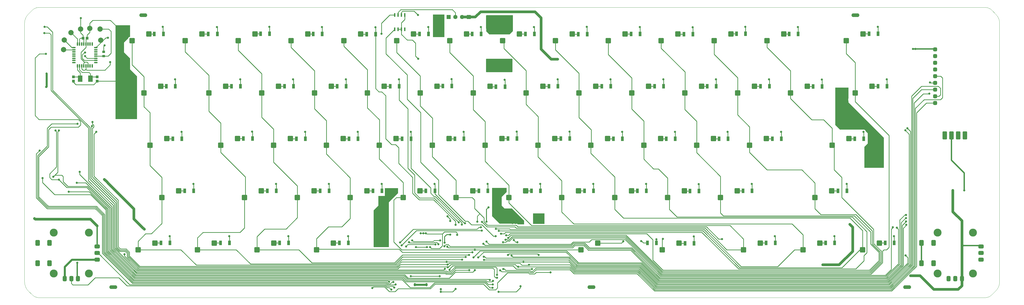
<source format=gbl>
G04 Layer_Physical_Order=2*
G04 Layer_Color=16711680*
%FSLAX25Y25*%
%MOIN*%
G70*
G01*
G75*
G04:AMPARAMS|DCode=15|XSize=39.37mil|YSize=37.4mil|CornerRadius=0.94mil|HoleSize=0mil|Usage=FLASHONLY|Rotation=0.000|XOffset=0mil|YOffset=0mil|HoleType=Round|Shape=RoundedRectangle|*
%AMROUNDEDRECTD15*
21,1,0.03937,0.03553,0,0,0.0*
21,1,0.03750,0.03740,0,0,0.0*
1,1,0.00187,0.01875,-0.01777*
1,1,0.00187,-0.01875,-0.01777*
1,1,0.00187,-0.01875,0.01777*
1,1,0.00187,0.01875,0.01777*
%
%ADD15ROUNDEDRECTD15*%
%ADD18C,0.07874*%
G04:AMPARAMS|DCode=20|XSize=39.37mil|YSize=37.4mil|CornerRadius=0.94mil|HoleSize=0mil|Usage=FLASHONLY|Rotation=270.000|XOffset=0mil|YOffset=0mil|HoleType=Round|Shape=RoundedRectangle|*
%AMROUNDEDRECTD20*
21,1,0.03937,0.03553,0,0,270.0*
21,1,0.03750,0.03740,0,0,270.0*
1,1,0.00187,-0.01777,-0.01875*
1,1,0.00187,-0.01777,0.01875*
1,1,0.00187,0.01777,0.01875*
1,1,0.00187,0.01777,-0.01875*
%
%ADD20ROUNDEDRECTD20*%
%ADD23R,0.06693X0.09449*%
%ADD30C,0.01969*%
%ADD31C,0.01000*%
%ADD32C,0.02953*%
%ADD33C,0.01181*%
%ADD35C,0.03937*%
%ADD36C,0.00394*%
%ADD37O,0.11811X0.05394*%
%ADD38C,0.06299*%
G04:AMPARAMS|DCode=39|XSize=62.99mil|YSize=62.99mil|CornerRadius=1.58mil|HoleSize=0mil|Usage=FLASHONLY|Rotation=180.000|XOffset=0mil|YOffset=0mil|HoleType=Round|Shape=RoundedRectangle|*
%AMROUNDEDRECTD39*
21,1,0.06299,0.05984,0,0,180.0*
21,1,0.05984,0.06299,0,0,180.0*
1,1,0.00315,-0.02992,0.02992*
1,1,0.00315,0.02992,0.02992*
1,1,0.00315,0.02992,-0.02992*
1,1,0.00315,-0.02992,-0.02992*
%
%ADD39ROUNDEDRECTD39*%
%ADD40O,0.03347X0.04921*%
G04:AMPARAMS|DCode=41|XSize=66.93mil|YSize=118.11mil|CornerRadius=6.69mil|HoleSize=0mil|Usage=FLASHONLY|Rotation=0.000|XOffset=0mil|YOffset=0mil|HoleType=Round|Shape=RoundedRectangle|*
%AMROUNDEDRECTD41*
21,1,0.06693,0.10472,0,0,0.0*
21,1,0.05354,0.11811,0,0,0.0*
1,1,0.01339,0.02677,-0.05236*
1,1,0.01339,-0.02677,-0.05236*
1,1,0.01339,-0.02677,0.05236*
1,1,0.01339,0.02677,0.05236*
%
%ADD41ROUNDEDRECTD41*%
G04:AMPARAMS|DCode=42|XSize=66.93mil|YSize=88.58mil|CornerRadius=16.73mil|HoleSize=0mil|Usage=FLASHONLY|Rotation=0.000|XOffset=0mil|YOffset=0mil|HoleType=Round|Shape=RoundedRectangle|*
%AMROUNDEDRECTD42*
21,1,0.06693,0.05512,0,0,0.0*
21,1,0.03347,0.08858,0,0,0.0*
1,1,0.03346,0.01673,-0.02756*
1,1,0.03346,-0.01673,-0.02756*
1,1,0.03346,-0.01673,0.02756*
1,1,0.03346,0.01673,0.02756*
%
%ADD42ROUNDEDRECTD42*%
G04:AMPARAMS|DCode=43|XSize=78.74mil|YSize=59.06mil|CornerRadius=14.76mil|HoleSize=0mil|Usage=FLASHONLY|Rotation=0.000|XOffset=0mil|YOffset=0mil|HoleType=Round|Shape=RoundedRectangle|*
%AMROUNDEDRECTD43*
21,1,0.07874,0.02953,0,0,0.0*
21,1,0.04921,0.05906,0,0,0.0*
1,1,0.02953,0.02461,-0.01476*
1,1,0.02953,-0.02461,-0.01476*
1,1,0.02953,-0.02461,0.01476*
1,1,0.02953,0.02461,0.01476*
%
%ADD43ROUNDEDRECTD43*%
G04:AMPARAMS|DCode=44|XSize=59.06mil|YSize=78.74mil|CornerRadius=14.76mil|HoleSize=0mil|Usage=FLASHONLY|Rotation=0.000|XOffset=0mil|YOffset=0mil|HoleType=Round|Shape=RoundedRectangle|*
%AMROUNDEDRECTD44*
21,1,0.05906,0.04921,0,0,0.0*
21,1,0.02953,0.07874,0,0,0.0*
1,1,0.02953,0.01476,-0.02461*
1,1,0.02953,-0.01476,-0.02461*
1,1,0.02953,-0.01476,0.02461*
1,1,0.02953,0.01476,0.02461*
%
%ADD44ROUNDEDRECTD44*%
%ADD45C,0.11811*%
G04:AMPARAMS|DCode=46|XSize=78.74mil|YSize=78.74mil|CornerRadius=9.84mil|HoleSize=0mil|Usage=FLASHONLY|Rotation=0.000|XOffset=0mil|YOffset=0mil|HoleType=Round|Shape=RoundedRectangle|*
%AMROUNDEDRECTD46*
21,1,0.07874,0.05906,0,0,0.0*
21,1,0.05906,0.07874,0,0,0.0*
1,1,0.01969,0.02953,-0.02953*
1,1,0.01969,-0.02953,-0.02953*
1,1,0.01969,-0.02953,0.02953*
1,1,0.01969,0.02953,0.02953*
%
%ADD46ROUNDEDRECTD46*%
G04:AMPARAMS|DCode=47|XSize=59.06mil|YSize=59.06mil|CornerRadius=14.76mil|HoleSize=0mil|Usage=FLASHONLY|Rotation=270.000|XOffset=0mil|YOffset=0mil|HoleType=Round|Shape=RoundedRectangle|*
%AMROUNDEDRECTD47*
21,1,0.05906,0.02953,0,0,270.0*
21,1,0.02953,0.05906,0,0,270.0*
1,1,0.02953,-0.01476,-0.01476*
1,1,0.02953,-0.01476,0.01476*
1,1,0.02953,0.01476,0.01476*
1,1,0.02953,0.01476,-0.01476*
%
%ADD47ROUNDEDRECTD47*%
%ADD48C,0.03150*%
%ADD49R,0.02362X0.05709*%
G04:AMPARAMS|DCode=50|XSize=39.37mil|YSize=35.43mil|CornerRadius=0.89mil|HoleSize=0mil|Usage=FLASHONLY|Rotation=180.000|XOffset=0mil|YOffset=0mil|HoleType=Round|Shape=RoundedRectangle|*
%AMROUNDEDRECTD50*
21,1,0.03937,0.03366,0,0,180.0*
21,1,0.03760,0.03543,0,0,180.0*
1,1,0.00177,-0.01880,0.01683*
1,1,0.00177,0.01880,0.01683*
1,1,0.00177,0.01880,-0.01683*
1,1,0.00177,-0.01880,-0.01683*
%
%ADD50ROUNDEDRECTD50*%
%ADD51O,0.05315X0.02165*%
%ADD52O,0.02165X0.05315*%
G04:AMPARAMS|DCode=53|XSize=393.7mil|YSize=196.85mil|CornerRadius=4.92mil|HoleSize=0mil|Usage=FLASHONLY|Rotation=180.000|XOffset=0mil|YOffset=0mil|HoleType=Round|Shape=RoundedRectangle|*
%AMROUNDEDRECTD53*
21,1,0.39370,0.18701,0,0,180.0*
21,1,0.38386,0.19685,0,0,180.0*
1,1,0.00984,-0.19193,0.09350*
1,1,0.00984,0.19193,0.09350*
1,1,0.00984,0.19193,-0.09350*
1,1,0.00984,-0.19193,-0.09350*
%
%ADD53ROUNDEDRECTD53*%
G04:AMPARAMS|DCode=54|XSize=68.9mil|YSize=43.31mil|CornerRadius=1.08mil|HoleSize=0mil|Usage=FLASHONLY|Rotation=270.000|XOffset=0mil|YOffset=0mil|HoleType=Round|Shape=RoundedRectangle|*
%AMROUNDEDRECTD54*
21,1,0.06890,0.04114,0,0,270.0*
21,1,0.06673,0.04331,0,0,270.0*
1,1,0.00217,-0.02057,-0.03337*
1,1,0.00217,-0.02057,0.03337*
1,1,0.00217,0.02057,0.03337*
1,1,0.00217,0.02057,-0.03337*
%
%ADD54ROUNDEDRECTD54*%
G36*
X920043Y612930D02*
X903114Y612930D01*
X903114Y628643D01*
X920043Y628643D01*
X920043Y612930D01*
X920043Y612930D02*
G37*
G36*
X863744Y660413D02*
X862169Y658839D01*
X856658Y653327D01*
X856658Y648209D01*
X856658Y639941D01*
X857445Y639153D01*
X860594Y636004D01*
X871618Y636004D01*
X877524Y630098D01*
X889728Y617894D01*
X889728Y615138D01*
X889728Y612382D01*
X880296Y612382D01*
X880091Y612587D01*
X879274Y613132D01*
X878311Y613324D01*
X853353Y613324D01*
X853114Y613563D01*
X842091Y624587D01*
X842091Y666713D01*
X863744Y666713D01*
X863744Y660413D01*
X863744Y660413D02*
G37*
G36*
X702327Y658839D02*
X688547Y645059D01*
X688547Y587185D01*
X688547Y578130D01*
X665713Y578130D01*
X665713Y633248D01*
X672799Y640335D01*
X672799Y654508D01*
X682642Y654508D01*
X682642Y657264D01*
X682642Y666319D01*
X702327Y666319D01*
X702327Y658839D01*
X702327Y658839D02*
G37*
G36*
X1372799Y808051D02*
X1372799Y800065D01*
X1372626Y799648D01*
X1372437Y798209D01*
X1372626Y796770D01*
X1372799Y796352D01*
X1372799Y794272D01*
X1416500Y750571D01*
X1425555Y741516D01*
X1425555Y696634D01*
X1396421Y696634D01*
X1396421Y727736D01*
X1401539Y732854D01*
X1401539Y748209D01*
X1398699Y751049D01*
X1398692Y751102D01*
X1398335Y751964D01*
X1397767Y752704D01*
X1397027Y753272D01*
X1396165Y753629D01*
X1396112Y753636D01*
X1396027Y753721D01*
X1395472Y753721D01*
X1395240Y753751D01*
X1395008Y753721D01*
X1359807Y753721D01*
X1353114Y760413D01*
X1353114Y816319D01*
X1372799Y816319D01*
X1372799Y808051D01*
X1372799Y808051D02*
G37*
G36*
X873193Y900571D02*
X872012Y899390D01*
X868075Y895453D01*
X838153Y895453D01*
X837760Y895846D01*
X833429Y900177D01*
X833429Y924193D01*
X873193Y924193D01*
X873193Y900571D01*
X873193Y900571D02*
G37*
G36*
X771224Y911594D02*
X771224Y891516D01*
X754295Y891516D01*
X754295Y893878D01*
X754295Y925374D01*
X771224Y925374D01*
X771224Y911594D01*
X771224Y911594D02*
G37*
G36*
X303114Y892303D02*
X302848Y892037D01*
X302501Y891991D01*
X301782Y891693D01*
X301166Y891220D01*
X300692Y890603D01*
X300395Y889885D01*
X300349Y889538D01*
X294256Y883445D01*
X294256Y868681D01*
X303114Y859823D01*
X303114Y843484D01*
X313547Y833051D01*
X313547Y799467D01*
X313382Y798209D01*
X313547Y796950D01*
X313547Y769075D01*
X281461Y769075D01*
X281461Y909232D01*
X303114Y909232D01*
X303114Y892303D01*
X303114Y892303D02*
G37*
D15*
X254295Y832067D02*
D03*
X254295Y825768D02*
D03*
X218862Y832067D02*
D03*
X218862Y825768D02*
D03*
D18*
X204295Y873012D02*
D03*
X259413Y886791D02*
D03*
X215319Y898209D02*
D03*
X205083Y887185D02*
D03*
X258626Y903720D02*
D03*
X229492Y903720D02*
D03*
X243272Y904508D02*
D03*
D20*
X239335Y889941D02*
D03*
X233035Y889941D02*
D03*
D23*
X244256Y829705D02*
D03*
X228902Y829705D02*
D03*
D30*
X1526047Y707953D02*
X1526047Y742402D01*
X1501185Y873799D02*
X1501736Y873248D01*
X1468862Y873799D02*
X1472406Y873799D01*
X1501185Y873799D01*
X1526047Y707953D02*
X1545240Y688760D01*
X1545240Y662776D02*
X1545240Y688760D01*
X1542484Y580492D02*
X1569059Y580492D01*
X1570240Y579311D01*
X1481658Y554311D02*
X1481658Y584626D01*
X224374Y532264D02*
X225555Y531083D01*
X224374Y532264D02*
X224374Y554902D01*
X251146Y612776D02*
X254098Y609823D01*
X242878Y621043D02*
X244059Y619862D01*
X251146Y612776D01*
X160988Y621043D02*
X242878Y621043D01*
X254098Y579311D02*
X254098Y608839D01*
D31*
X1416894Y906476D02*
X1416500Y906870D01*
X217681Y521831D02*
X217681Y522224D01*
X215713Y524193D02*
X217681Y522224D01*
X217681Y521831D02*
X240516Y521831D01*
X251146Y532461D01*
X286579Y532461D01*
X298488Y520551D01*
X683134Y520551D01*
X685791Y517894D01*
X255476Y569468D02*
X302606Y522338D01*
X683937Y522338D01*
X261713Y569342D02*
X306791Y524263D01*
X684540Y524263D01*
X263500Y570083D02*
X307532Y526051D01*
X685398Y526051D01*
X265287Y570823D02*
X308224Y527886D01*
X686972Y527886D01*
X267075Y571563D02*
X308965Y529673D01*
X708492Y529673D01*
X268862Y572303D02*
X309705Y531461D01*
X709232Y531461D01*
X270650Y573044D02*
X310445Y533248D01*
X710595Y533248D01*
X272587Y573846D02*
X311248Y535185D01*
X711382Y535185D01*
X274374Y574587D02*
X311988Y536972D01*
X712169Y536972D01*
X276248Y575263D02*
X312751Y538760D01*
X773027Y538760D01*
X278035Y576003D02*
X313345Y540693D01*
X773622Y540693D01*
X279823Y576743D02*
X314086Y542480D01*
X774590Y542480D01*
X301146Y558441D02*
X315319Y544268D01*
X770433Y544268D01*
X298783Y563397D02*
X316126Y546055D01*
X701851Y546055D01*
X300571Y564138D02*
X316866Y547843D01*
X701111Y547843D01*
X302358Y564878D02*
X317606Y549630D01*
X700370Y549630D01*
X379004Y574350D02*
X401937Y551417D01*
X699630Y551417D01*
X461224Y574350D02*
X482370Y553205D01*
X698661Y553205D01*
X554531Y574350D02*
X573890Y554992D01*
X697299Y554992D01*
X879886Y548996D02*
X881067Y548996D01*
X677524Y896634D02*
X677524Y912382D01*
X689827Y924685D01*
X697189Y924685D01*
X728311Y863169D02*
X732248Y859232D01*
X728311Y863169D02*
X728311Y882461D01*
X723587Y887185D02*
X728311Y882461D01*
X715713Y887185D02*
X723587Y887185D01*
X707189Y895709D02*
X715713Y887185D01*
X707189Y895709D02*
X707189Y903228D01*
X857799Y886161D02*
X859807Y884153D01*
X859807Y874587D02*
X859807Y884153D01*
X859807Y874587D02*
X892839Y841555D01*
X787634Y921437D02*
X787634Y927862D01*
X783035Y932461D02*
X787634Y927862D01*
X726342Y930098D02*
X731854Y924587D01*
X709020Y930098D02*
X726342Y930098D01*
X707189Y928268D02*
X709020Y930098D01*
X707189Y924685D02*
X707189Y928268D01*
X706264Y932461D02*
X783035Y932461D01*
X702189Y928386D02*
X706264Y932461D01*
X702189Y924685D02*
X702189Y928386D01*
X702189Y903228D02*
X707189Y903228D01*
X712189Y917913D02*
X712189Y924685D01*
X707189Y912913D02*
X712189Y917913D01*
X707189Y903228D02*
X707189Y912913D01*
X684216Y890256D02*
X697189Y903228D01*
X735791Y704902D02*
X762563Y678130D01*
X762563Y656416D02*
X762563Y678130D01*
X762563Y656416D02*
X802160Y616819D01*
X806157Y616819D02*
X811382Y611594D01*
X802160Y616819D02*
X806157Y616819D01*
X811382Y611594D02*
X827130Y611594D01*
X684216Y866713D02*
X684216Y890256D01*
X684216Y866713D02*
X715713Y835217D01*
X715713Y798996D02*
X715713Y835217D01*
X715713Y798996D02*
X735791Y778917D01*
X735791Y704902D02*
X735791Y778917D01*
X800752Y613957D02*
X801933Y613957D01*
X757051Y657657D02*
X800752Y613957D01*
X757051Y657657D02*
X757051Y662382D01*
X797209Y611988D02*
X797209Y614461D01*
X757949Y653721D02*
X797209Y614461D01*
X755870Y653721D02*
X757949Y653721D01*
X755961Y651661D02*
X792484Y615138D01*
X734307Y651661D02*
X755961Y651661D01*
X787760Y611594D02*
X787760Y616430D01*
X733429Y648996D02*
X755193Y648996D01*
X787760Y616430D01*
X816106Y636004D02*
X823980Y628130D01*
X820043Y624193D02*
X823980Y628130D01*
X820043Y616319D02*
X820043Y624193D01*
X816106Y636004D02*
X816106Y648602D01*
X812405Y652303D02*
X816106Y648602D01*
X788508Y652303D02*
X812405Y652303D01*
X827130Y611594D02*
X844059Y594665D01*
X847602Y594665D01*
X892839Y808209D02*
X892839Y841555D01*
X267287Y890728D02*
X270043Y890728D01*
X252327Y875768D02*
X267287Y890728D01*
X252130Y875768D02*
X252327Y875768D01*
X229098Y889941D02*
X233035Y889941D01*
X227917Y888760D02*
X229098Y889941D01*
X227917Y881083D02*
X227917Y888760D01*
X237366Y876161D02*
X237366Y881083D01*
X230067Y868862D02*
X237366Y876161D01*
X230067Y859279D02*
X230067Y868862D01*
X230067Y859279D02*
X235232Y854114D01*
X235398Y854114D01*
X240516Y848405D02*
X240516Y852933D01*
X239335Y854114D02*
X240516Y852933D01*
X237366Y854114D02*
X239335Y854114D01*
X235004Y856870D02*
X252130Y856870D01*
X231854Y860020D02*
X235004Y856870D01*
X231854Y860020D02*
X231854Y865138D01*
X235398Y868681D01*
X236185Y868681D01*
X236185Y863169D02*
X239335Y860020D01*
X252130Y860020D01*
X847996Y605689D02*
X868075Y605689D01*
X855476Y598209D02*
X860201Y598209D01*
X863350Y595847D02*
X866894Y595847D01*
X1423543Y572181D02*
X1425555Y574193D01*
X1423543Y555252D02*
X1423543Y572181D01*
X1383972Y626799D02*
X1408232Y602539D01*
X1408232Y583020D02*
X1408232Y602539D01*
X1408232Y583020D02*
X1419969Y571284D01*
X1362957Y652146D02*
X1410201Y604902D01*
X1410201Y583673D02*
X1410201Y604902D01*
X1410201Y583673D02*
X1421756Y572118D01*
X1331610Y626799D02*
X1383972Y626799D01*
X1362957Y652146D02*
X1362957Y682067D01*
X1348547Y730256D02*
X1351539Y727264D01*
X1351539Y693484D02*
X1351539Y727264D01*
X1351539Y693484D02*
X1362957Y682067D01*
X1421756Y556283D02*
X1421756Y572118D01*
X1322957Y635453D02*
X1322957Y652303D01*
X1322957Y635453D02*
X1331610Y626799D01*
X1419969Y557023D02*
X1419969Y571284D01*
X1086972Y584429D02*
X1086972Y589941D01*
X1400358Y569862D02*
X1400358Y601358D01*
X1378492Y623224D02*
X1400358Y601358D01*
X1117468Y623224D02*
X1378492Y623224D01*
X1182209Y629350D02*
X1186547Y625012D01*
X1381595Y625012D01*
X1405870Y600736D01*
X1405870Y582854D02*
X1405870Y600736D01*
X1405870Y582854D02*
X1418181Y570543D01*
X1418181Y557764D02*
X1418181Y570543D01*
X1103469Y652303D02*
X1106264Y649508D01*
X1106264Y634429D02*
X1106264Y649508D01*
X1106264Y634429D02*
X1117468Y623224D01*
X1396027Y565531D02*
X1400358Y569862D01*
X1396027Y558051D02*
X1396027Y565531D01*
X1182209Y629350D02*
X1182209Y652303D01*
X703114Y703114D02*
X723980Y682248D01*
X723980Y658445D02*
X723980Y682248D01*
X723980Y658445D02*
X733429Y648996D01*
X726736Y659232D02*
X734307Y651661D01*
X726736Y659232D02*
X726736Y686004D01*
X707839Y559626D02*
X797602Y559626D01*
X315083Y574350D02*
X379004Y574350D01*
X580831Y574350D02*
X581854Y575374D01*
X403665Y574350D02*
X461224Y574350D01*
X492248Y574350D02*
X554531Y574350D01*
X716894Y695847D02*
X726736Y686004D01*
X716894Y695847D02*
X716894Y784429D01*
X750752Y658839D02*
X750752Y666713D01*
X721618Y695847D02*
X750752Y666713D01*
X721618Y695847D02*
X721618Y739941D01*
X451146Y584429D02*
X451146Y594272D01*
X539335Y584429D02*
X539335Y594272D01*
X628311Y584429D02*
X628311Y594272D01*
X1142878Y584035D02*
X1142878Y593878D01*
X1263744Y584429D02*
X1263744Y594272D01*
X1352327Y584429D02*
X1352327Y594272D01*
X668862Y814744D02*
X668862Y895846D01*
X668862Y814744D02*
X673587Y810020D01*
X677917Y810020D01*
X683823Y804114D01*
X683823Y739941D02*
X683823Y804114D01*
X683823Y739941D02*
X692484Y731280D01*
X698390Y731280D01*
X703114Y726555D01*
X703114Y703114D02*
X703114Y726555D01*
X703902Y797421D02*
X703902Y818287D01*
X703902Y797421D02*
X716894Y784429D01*
X750752Y658839D02*
X755870Y653721D01*
X340083Y584350D02*
X340161Y584429D01*
X349177Y584429D01*
X428665Y584350D02*
X428744Y584429D01*
X437760Y584429D01*
X517248Y584350D02*
X517327Y584429D01*
X525949Y584429D01*
X605831Y584350D02*
X605909Y584429D01*
X614925Y584429D01*
X1120398Y583957D02*
X1120476Y584035D01*
X1129492Y584035D01*
X1241658Y584350D02*
X1241736Y584429D01*
X1250358Y584429D01*
X1330240Y584350D02*
X1330319Y584429D01*
X1338941Y584429D01*
X1418823Y584350D02*
X1418902Y584429D01*
X1427524Y584429D01*
X375516Y662303D02*
X375594Y662382D01*
X384610Y662382D01*
X498547Y662303D02*
X498626Y662382D01*
X507445Y662382D01*
X577287Y662303D02*
X577366Y662382D01*
X586185Y662382D01*
X656028Y662303D02*
X656106Y662382D01*
X664925Y662382D01*
X734768Y662303D02*
X734846Y662382D01*
X743665Y662382D01*
X813508Y662303D02*
X813587Y662382D01*
X822406Y662382D01*
X892248Y662303D02*
X892327Y662382D01*
X900752Y662382D01*
X970988Y662303D02*
X971067Y662382D01*
X979886Y662382D01*
X1049728Y662303D02*
X1049807Y662382D01*
X1058626Y662382D01*
X1128469Y662303D02*
X1128783Y661988D01*
X1136972Y661988D01*
X1207209Y662303D02*
X1207287Y662382D01*
X1215713Y662382D01*
X1347957Y662303D02*
X1348036Y662382D01*
X1357051Y662382D01*
X357799Y740256D02*
X358114Y739941D01*
X366894Y739941D01*
X463114Y740256D02*
X463193Y740335D01*
X472012Y740335D01*
X541854Y740256D02*
X542169Y739941D01*
X550752Y739941D01*
X620595Y740256D02*
X620909Y739941D01*
X629098Y739941D01*
X699335Y740256D02*
X699650Y739941D01*
X708232Y739941D01*
X778075Y740256D02*
X778390Y739941D01*
X786972Y739941D01*
X856815Y740256D02*
X856894Y740335D01*
X865713Y740335D01*
X935555Y740256D02*
X935634Y740335D01*
X944453Y740335D01*
X1014295Y740256D02*
X1014610Y739941D01*
X1022799Y739941D01*
X1093035Y740256D02*
X1093350Y739941D01*
X1101539Y739941D01*
X1171776Y740256D02*
X1172091Y739941D01*
X1180280Y739941D01*
X1250516Y740256D02*
X1250831Y739941D01*
X1259413Y739941D01*
X1373547Y740256D02*
X1373862Y739941D01*
X1382248Y739941D01*
X348941Y818209D02*
X349020Y818287D01*
X357051Y818287D01*
X445398Y818209D02*
X445476Y818287D01*
X454295Y818287D01*
X524138Y818209D02*
X524217Y818287D01*
X533035Y818287D01*
X602878Y818209D02*
X602957Y818287D01*
X611382Y818287D01*
X681618Y818209D02*
X681697Y818287D01*
X690516Y818287D01*
X760358Y818209D02*
X760831Y818681D01*
X768862Y818681D01*
X839098Y818209D02*
X839807Y817500D01*
X847996Y817500D01*
X917839Y818209D02*
X917917Y818287D01*
X926736Y818287D01*
X996579Y818209D02*
X996657Y818287D01*
X1005476Y818287D01*
X1075319Y818209D02*
X1075398Y818287D01*
X1084216Y818287D01*
X1154059Y818209D02*
X1154138Y818287D01*
X1162563Y818287D01*
X1232799Y818209D02*
X1232878Y818287D01*
X1241697Y818287D01*
X1311539Y818209D02*
X1311854Y817894D01*
X1320043Y817894D01*
X1407996Y818209D02*
X1408075Y818287D01*
X1416894Y818287D01*
X331224Y896161D02*
X331303Y896240D01*
X339335Y896240D01*
X410358Y896161D02*
X410437Y896240D01*
X419650Y896240D01*
X489098Y896161D02*
X489571Y896634D01*
X497602Y896634D01*
X567839Y896161D02*
X567917Y896240D01*
X575949Y896240D01*
X646579Y896161D02*
X646894Y895846D01*
X655476Y895846D01*
X725319Y896161D02*
X725398Y896240D01*
X734216Y896240D01*
X804059Y896161D02*
X804138Y896240D01*
X812563Y896240D01*
X882799Y896161D02*
X882878Y896240D01*
X891697Y896240D01*
X961539Y896161D02*
X961854Y895846D01*
X970437Y895846D01*
X1040280Y896161D02*
X1040358Y896240D01*
X1049177Y896240D01*
X1119020Y896161D02*
X1119335Y895846D01*
X1127917Y895846D01*
X1197760Y896161D02*
X1198232Y896634D01*
X1206264Y896634D01*
X1276500Y896161D02*
X1276579Y896240D01*
X1284610Y896240D01*
X1394610Y896161D02*
X1395083Y896634D01*
X1403508Y896634D01*
X315083Y574350D02*
X315083Y586949D01*
X326343Y598209D01*
X335004Y598209D01*
X350516Y613721D01*
X350516Y652303D01*
X350516Y682303D01*
X332799Y700020D02*
X350516Y682303D01*
X332799Y700020D02*
X332799Y730256D01*
X332799Y778760D01*
X323941Y787618D02*
X332799Y778760D01*
X323941Y787618D02*
X323941Y808209D01*
X323941Y832500D01*
X306224Y850216D02*
X323941Y832500D01*
X306224Y850216D02*
X306224Y886161D01*
X411776Y600177D02*
X466894Y600177D01*
X403665Y592067D02*
X411776Y600177D01*
X403665Y574350D02*
X403665Y592067D01*
X466894Y600177D02*
X473547Y606831D01*
X473547Y652303D01*
X474768Y653524D01*
X474768Y682854D01*
X438114Y719508D02*
X474768Y682854D01*
X438114Y719508D02*
X438114Y730256D01*
X420398Y780925D02*
X438114Y763209D01*
X438114Y730256D02*
X438114Y763209D01*
X420398Y780925D02*
X420398Y808209D01*
X420437Y808248D01*
X420437Y834429D01*
X385358Y869508D02*
X420437Y834429D01*
X385358Y869508D02*
X385358Y886161D01*
X492248Y574350D02*
X492248Y594035D01*
X503508Y605295D01*
X535398Y605295D01*
X552287Y622185D01*
X552287Y652303D01*
X552287Y669508D01*
X516854Y704941D02*
X552287Y669508D01*
X516854Y704941D02*
X516854Y730256D01*
X516854Y754153D01*
X499138Y771870D02*
X516854Y754153D01*
X499138Y771870D02*
X499138Y808209D01*
X499138Y836831D01*
X464098Y871870D02*
X499138Y836831D01*
X464098Y871870D02*
X464098Y886161D01*
X580831Y574350D02*
X580831Y590886D01*
X598390Y608445D01*
X618469Y608445D01*
X631028Y621004D01*
X631028Y652303D01*
X631028Y681713D01*
X595595Y717146D02*
X631028Y681713D01*
X595595Y717146D02*
X595595Y730256D01*
X595595Y766752D01*
X577878Y784469D02*
X595595Y766752D01*
X577878Y784469D02*
X577878Y808209D01*
X577878Y841161D01*
X542839Y876201D02*
X577878Y841161D01*
X542839Y876201D02*
X542839Y886161D01*
X709768Y652303D02*
X709768Y674626D01*
X674335Y710059D02*
X709768Y674626D01*
X674335Y710059D02*
X674335Y730256D01*
X674374Y730295D01*
X674374Y768287D01*
X656618Y786043D02*
X674374Y768287D01*
X656618Y786043D02*
X656618Y808209D01*
X656618Y842887D01*
X621579Y877927D02*
X656618Y842887D01*
X621579Y877927D02*
X621579Y886161D01*
X788508Y652303D02*
X788508Y677776D01*
X753075Y713209D02*
X788508Y677776D01*
X753075Y713209D02*
X753075Y730256D01*
X753508Y730689D01*
X753508Y770650D01*
X735358Y788799D02*
X753508Y770650D01*
X735358Y788799D02*
X735358Y808209D01*
X735358Y833681D01*
X700319Y868720D02*
X735358Y833681D01*
X700319Y868720D02*
X700319Y886161D01*
X1216658Y574350D02*
X1216658Y590177D01*
X867248Y644068D02*
X867248Y652303D01*
X867248Y670689D01*
X831815Y706122D02*
X867248Y670689D01*
X831815Y706122D02*
X831815Y730256D01*
X831815Y765571D01*
X814098Y783287D02*
X831815Y765571D01*
X814098Y783287D02*
X814098Y808209D01*
X814138Y808248D01*
X814138Y833642D01*
X779059Y868720D02*
X814138Y833642D01*
X779059Y868720D02*
X779059Y886161D01*
X1305240Y574350D02*
X1305240Y596476D01*
X945988Y630532D02*
X945988Y652303D01*
X945988Y677382D01*
X910555Y712815D02*
X945988Y677382D01*
X910555Y712815D02*
X910555Y730256D01*
X910988Y730689D01*
X910988Y773012D01*
X892839Y791161D02*
X910988Y773012D01*
X892839Y791161D02*
X892839Y808209D01*
X1393823Y574350D02*
X1393823Y602776D01*
X1375161Y621437D02*
X1393823Y602776D01*
X1037760Y621437D02*
X1375161Y621437D01*
X1024728Y634469D02*
X1037760Y621437D01*
X1024728Y634469D02*
X1024728Y652303D01*
X1024728Y682894D01*
X989295Y718327D02*
X1024728Y682894D01*
X989295Y718327D02*
X989295Y730256D01*
X989728Y730689D01*
X989728Y753327D01*
X971579Y771476D02*
X989728Y753327D01*
X971579Y771476D02*
X971579Y808209D01*
X971579Y837618D01*
X936539Y872657D02*
X971579Y837618D01*
X936539Y872657D02*
X936539Y886161D01*
X1103469Y652303D02*
X1103469Y681319D01*
X1089728Y695059D02*
X1103469Y681319D01*
X1082642Y695059D02*
X1089728Y695059D01*
X1068035Y709665D02*
X1082642Y695059D01*
X1068035Y709665D02*
X1068035Y730256D01*
X1068075Y730295D01*
X1068075Y766319D01*
X1050319Y784075D02*
X1068075Y766319D01*
X1050319Y784075D02*
X1050319Y808209D01*
X1050319Y830532D01*
X1015280Y865571D02*
X1050319Y830532D01*
X1015280Y865571D02*
X1015280Y886161D01*
X1182209Y652303D02*
X1182209Y683681D01*
X1146776Y719114D02*
X1182209Y683681D01*
X1146776Y719114D02*
X1146776Y730256D01*
X1146776Y765965D01*
X1129059Y783681D02*
X1146776Y765965D01*
X1129059Y783681D02*
X1129059Y808209D01*
X1129492Y808642D01*
X1129492Y839547D01*
X1094020Y875020D02*
X1129492Y839547D01*
X1094020Y875020D02*
X1094020Y886161D01*
X1322957Y652303D02*
X1322957Y674035D01*
X1303508Y693484D02*
X1322957Y674035D01*
X1251539Y693484D02*
X1303508Y693484D01*
X1225516Y719508D02*
X1251539Y693484D01*
X1225516Y719508D02*
X1225516Y730256D01*
X1225516Y757697D01*
X1207799Y775413D02*
X1225516Y757697D01*
X1207799Y775413D02*
X1207799Y808209D01*
X1207799Y830925D01*
X1172760Y865965D02*
X1207799Y830925D01*
X1172760Y865965D02*
X1172760Y886161D01*
X1348547Y730256D02*
X1348547Y755532D01*
X1335791Y768287D02*
X1348547Y755532D01*
X1318226Y768287D02*
X1335791Y768287D01*
X1286539Y799974D02*
X1318226Y768287D01*
X1286539Y799974D02*
X1286539Y808209D01*
X1286539Y841161D01*
X1251500Y876201D02*
X1286539Y841161D01*
X1251500Y876201D02*
X1251500Y886161D01*
X1382996Y808209D02*
X1382996Y853654D01*
X1369610Y867039D02*
X1382996Y853654D01*
X1369610Y867039D02*
X1369610Y886161D01*
X520831Y662382D02*
X520831Y672224D01*
X599571Y662382D02*
X599571Y672224D01*
X678311Y662382D02*
X678311Y672224D01*
X757051Y662382D02*
X757051Y672224D01*
X835791Y662382D02*
X835791Y672224D01*
X914138Y662382D02*
X914138Y672224D01*
X993272Y662382D02*
X993272Y672224D01*
X1072012Y662382D02*
X1072012Y672224D01*
X1150358Y661988D02*
X1150358Y671831D01*
X1229098Y662382D02*
X1229098Y672224D01*
X485398Y740335D02*
X485398Y750177D01*
X564138Y739941D02*
X564138Y749784D01*
X642484Y739941D02*
X642484Y749784D01*
X721618Y739941D02*
X721618Y749784D01*
X800358Y739941D02*
X800358Y749784D01*
X879098Y740335D02*
X879098Y750177D01*
X957839Y740335D02*
X957839Y750177D01*
X1036185Y739941D02*
X1036185Y749784D01*
X1114925Y739941D02*
X1114925Y749784D01*
X1193272Y739941D02*
X1193272Y749784D01*
X1272799Y739941D02*
X1272799Y749784D01*
X1395634Y739941D02*
X1395634Y749784D01*
X1370437Y662382D02*
X1370437Y672224D01*
X1440909Y584429D02*
X1440909Y594272D01*
X362563Y584429D02*
X362563Y594272D01*
X397996Y662382D02*
X397996Y672224D01*
X380279Y739941D02*
X380279Y749784D01*
X467681Y818287D02*
X467681Y828130D01*
X546421Y818287D02*
X546421Y828130D01*
X624768Y818287D02*
X624768Y828130D01*
X703902Y818287D02*
X703902Y828130D01*
X782248Y818681D02*
X782248Y828524D01*
X861382Y817500D02*
X861382Y827343D01*
X940122Y818287D02*
X940122Y828130D01*
X1018862Y818287D02*
X1018862Y828130D01*
X1097602Y818287D02*
X1097602Y828130D01*
X1175949Y818287D02*
X1175949Y828130D01*
X1255083Y818287D02*
X1255083Y828130D01*
X1333429Y817894D02*
X1333429Y827736D01*
X1430280Y818287D02*
X1430280Y828130D01*
X370437Y818287D02*
X370437Y828130D01*
X433035Y896240D02*
X433035Y906083D01*
X510988Y896634D02*
X510988Y906476D01*
X589335Y896240D02*
X589335Y906083D01*
X668862Y895846D02*
X668862Y905689D01*
X747602Y896240D02*
X747602Y906083D01*
X825949Y896240D02*
X825949Y906083D01*
X905083Y896240D02*
X905083Y906083D01*
X983429Y896634D02*
X983429Y906476D01*
X352327Y896634D02*
X352327Y906476D01*
X1062563Y896240D02*
X1062563Y906083D01*
X1141303Y895846D02*
X1141303Y905689D01*
X1219650Y896634D02*
X1219650Y906476D01*
X1297996Y896240D02*
X1297996Y906083D01*
X1416894Y896634D02*
X1416894Y906476D01*
X1288941Y612776D02*
X1305240Y596476D01*
X945988Y630532D02*
X963744Y612776D01*
X1288941Y612776D01*
X867248Y644068D02*
X900903Y610413D01*
X1196421Y610413D02*
X1216658Y590177D01*
X878311Y610807D02*
X880673Y608445D01*
X868075Y605689D02*
X869256Y604508D01*
X860201Y598209D02*
X862169Y600177D01*
X866894Y595847D02*
X869256Y598209D01*
X1072406Y598209D01*
X1081461Y589153D01*
X866106Y591910D02*
X870043Y595847D01*
X862169Y589153D02*
X862886Y589871D01*
X864097Y589871D01*
X864921Y589047D01*
X867292Y589047D01*
X864323Y587260D02*
X868032Y587260D01*
X999531Y584350D02*
X1034925Y584350D01*
X1037366Y586791D01*
X1067681Y584429D02*
X1073587Y584429D01*
X1064138Y587972D02*
X1067681Y584429D01*
X1191539Y574350D02*
X1216658Y574350D01*
X869256Y604508D02*
X1157839Y604508D01*
X1212957Y549390D01*
X1215319Y549390D01*
X852327Y602539D02*
X1156051Y602539D01*
X1210988Y547602D01*
X862169Y600177D02*
X1154689Y600177D01*
X1209051Y545815D01*
X878311Y606476D02*
X1159413Y606476D01*
X1191539Y574350D01*
X1095595Y574350D02*
X1095595Y589902D01*
X1096421Y590728D01*
X880673Y608445D02*
X1161382Y608445D01*
X1179492Y590335D01*
X900903Y610413D02*
X1160823Y610413D01*
X1160849Y610439D01*
X1161915Y610439D01*
X1161941Y610413D01*
X1196421Y610413D01*
X721224Y534823D02*
X764138Y534823D01*
X764532Y534429D01*
X775949Y552146D02*
X776555Y552146D01*
X778524Y554114D01*
X883823Y554114D02*
X886579Y551358D01*
X776342Y548209D02*
X776736Y548209D01*
X780854Y552327D01*
X790516Y552327D02*
X790697Y552146D01*
X778705Y544272D02*
X778705Y545453D01*
X783610Y550358D01*
X873405Y550358D02*
X878311Y545453D01*
X901539Y545453D01*
X880386Y548890D02*
X898394Y548890D01*
X898501Y548996D01*
X888941Y556083D02*
X956886Y556083D01*
X829886Y563957D02*
X831067Y563957D01*
X862531Y543484D02*
X898390Y543484D01*
X899965Y541910D01*
X902327Y541910D01*
X907445Y547028D01*
X854295Y543484D02*
X854689Y543484D01*
X856476Y541697D02*
X897602Y541697D01*
X899177Y540122D01*
X903295Y540122D01*
X854689Y543484D02*
X856476Y541697D01*
X860169Y545847D02*
X862531Y543484D01*
X962169Y577343D02*
X965319Y580492D01*
X978705Y580492D01*
X961429Y579130D02*
X964760Y582461D01*
X979264Y582461D01*
X829098Y583248D02*
X829524Y583248D01*
X831854Y580917D01*
X960201Y580917D01*
X963531Y584248D01*
X980280Y584248D01*
X978705Y580492D02*
X985572Y573625D01*
X985572Y573625D01*
X985655Y573709D01*
X980280Y584248D02*
X987185Y577343D01*
X979264Y582461D02*
X986170Y575555D01*
X860201Y585610D02*
X862674Y585610D01*
X864323Y587260D01*
X833823Y586398D02*
X837516Y582705D01*
X959460Y582705D01*
X962791Y586035D01*
X986823Y586035D01*
X990441Y589653D01*
X830280Y559232D02*
X956264Y559232D01*
X967744Y547752D01*
X956886Y556083D02*
X967122Y545847D01*
X897209Y551752D02*
X958689Y551752D01*
X966381Y544059D01*
X958917Y548996D02*
X965641Y542272D01*
X870043Y595847D02*
X1042028Y595847D01*
X990441Y589653D02*
X1040638Y589653D01*
X987185Y577343D02*
X1050358Y577343D01*
X986170Y575555D02*
X1049390Y575555D01*
X985655Y573709D02*
X1048709Y573709D01*
X970831Y554902D02*
X1064925Y554902D01*
X970090Y553114D02*
X1064185Y553114D01*
X1081461Y558942D02*
X1081461Y589153D01*
X1081461Y558942D02*
X1096524Y543878D01*
X1042028Y595847D02*
X1095965Y541910D01*
X1040638Y589653D02*
X1094106Y536185D01*
X1050358Y577343D02*
X1093303Y534398D01*
X1049390Y575555D02*
X1092335Y532610D01*
X1048709Y573709D02*
X1091594Y530823D01*
X1064925Y554902D02*
X1090791Y529035D01*
X1064185Y553114D02*
X1090051Y527248D01*
X965641Y542272D02*
X1059839Y542272D01*
X1085642Y516468D01*
X1060579Y544059D02*
X1086382Y518256D01*
X1061319Y545847D02*
X1087122Y520043D01*
X1063422Y551327D02*
X1089288Y525461D01*
X1062682Y549539D02*
X1088548Y523673D01*
X1061942Y547752D02*
X1087808Y521886D01*
X966381Y544059D02*
X1060579Y544059D01*
X967122Y545847D02*
X1061319Y545847D01*
X967744Y547752D02*
X1061942Y547752D01*
X968610Y549539D02*
X1062682Y549539D01*
X969350Y551327D02*
X1063422Y551327D01*
X958358Y547028D02*
X964901Y540484D01*
X1059098Y540484D01*
X1084901Y514681D01*
X898501Y548996D02*
X958917Y548996D01*
X907445Y547028D02*
X958358Y547028D01*
X903295Y540122D02*
X907839Y544665D01*
X958192Y544665D01*
X964160Y538697D01*
X1058358Y538697D01*
X1084161Y512894D01*
X1094106Y536185D02*
X1427705Y536185D01*
X1436579Y545059D01*
X1093303Y534398D02*
X1428445Y534398D01*
X1092335Y532610D02*
X1429185Y532610D01*
X1449327Y552752D01*
X1091594Y530823D02*
X1429926Y530823D01*
X1451114Y552011D01*
X1090791Y529035D02*
X1430666Y529035D01*
X1452902Y551271D01*
X1090051Y527248D02*
X1431406Y527248D01*
X1454689Y550530D01*
X1089288Y525461D02*
X1432147Y525461D01*
X1088548Y523673D02*
X1432887Y523673D01*
X1087808Y521886D02*
X1433628Y521886D01*
X1087122Y520043D02*
X1434391Y520043D01*
X1086382Y518256D02*
X1435131Y518256D01*
X1085642Y516468D02*
X1435872Y516468D01*
X1084901Y514681D02*
X1436612Y514681D01*
X1084161Y512894D02*
X1437352Y512894D01*
X1094846Y537972D02*
X1406264Y537972D01*
X1423543Y555252D01*
X1095406Y539941D02*
X1405414Y539941D01*
X1421756Y556283D01*
X1095965Y541910D02*
X1404854Y541910D01*
X1419969Y557023D01*
X1096524Y543878D02*
X1404295Y543878D01*
X1418181Y557764D01*
X1209051Y545815D02*
X1383791Y545815D01*
X1396027Y558051D01*
X1212957Y549390D02*
X1267681Y549390D01*
X1292642Y574350D01*
X1305240Y574350D01*
X1434391Y520043D02*
X1466890Y552543D01*
X1435131Y518256D02*
X1468678Y551802D01*
X1435872Y516468D02*
X1470465Y551062D01*
X1436612Y514681D02*
X1472252Y550322D01*
X1437352Y512894D02*
X1474040Y549581D01*
X1488705Y793248D02*
X1501736Y793248D01*
X1481539Y813248D02*
X1501736Y813248D01*
X1481461Y818287D02*
X1506658Y818287D01*
X1509807Y815138D01*
X1509807Y805689D02*
X1509807Y815138D01*
X1507366Y803248D02*
X1509807Y805689D01*
X1501736Y803248D02*
X1507366Y803248D01*
X1485398Y798209D02*
X1509807Y798209D01*
X1512957Y801358D01*
X1512957Y830492D01*
X1510201Y833248D02*
X1512957Y830492D01*
X1501736Y833248D02*
X1510201Y833248D01*
X1494610Y823248D02*
X1501736Y823248D01*
X1494453Y823405D02*
X1494610Y823248D01*
X1433628Y521886D02*
X1465103Y553361D01*
X1432887Y523673D02*
X1463315Y554102D01*
X1463315Y746669D01*
X1457839Y752146D02*
X1463315Y746669D01*
X1466890Y803717D02*
X1481461Y818287D01*
X1468678Y800386D02*
X1481539Y813248D01*
X1470465Y793119D02*
X1484216Y806870D01*
X1472252Y785064D02*
X1485398Y798209D01*
X1474040Y778583D02*
X1488705Y793248D01*
X1474040Y549581D02*
X1474040Y778583D01*
X1472252Y550322D02*
X1472252Y785064D01*
X1470465Y551062D02*
X1470465Y793119D01*
X1468678Y551802D02*
X1468678Y800386D01*
X1466890Y552543D02*
X1466890Y803717D01*
X1460791Y755098D02*
X1465103Y750787D01*
X1465103Y553361D02*
X1465103Y750787D01*
X1432147Y525461D02*
X1461288Y554602D01*
X1461288Y562476D01*
X1458232Y565531D02*
X1461288Y562476D01*
X1454689Y550530D02*
X1454689Y606476D01*
X1452902Y551271D02*
X1452902Y610595D01*
X1454689Y606476D02*
X1459413Y611201D01*
X1452902Y610595D02*
X1459020Y616713D01*
X1451114Y552011D02*
X1451114Y614713D01*
X1449327Y552752D02*
X1449327Y618831D01*
X1457445Y626949D01*
X1451114Y614713D02*
X1458626Y622224D01*
X1457445Y626949D02*
X1459020Y626949D01*
X1428445Y534398D02*
X1447209Y553161D01*
X1447209Y604902D01*
X1445240Y606870D02*
X1447209Y604902D01*
X1425555Y574193D02*
X1429492Y574193D01*
X1433035Y577736D01*
X1436579Y545059D02*
X1436579Y604902D01*
X1439335Y607657D01*
X706823Y556083D02*
X774374Y556083D01*
X709020Y563563D02*
X802721Y563563D01*
X709020Y566713D02*
X807839Y566713D01*
X705414Y552146D02*
X775949Y552146D01*
X778701Y544268D02*
X778705Y544272D01*
X774590Y542480D02*
X775661Y541409D01*
X779890Y541409D01*
X787052Y548571D01*
X847634Y548571D02*
X849571Y546634D01*
X849571Y536791D02*
X849571Y546634D01*
X773622Y540693D02*
X774693Y539622D01*
X780748Y539622D01*
X787909Y546783D01*
X845634Y534429D02*
X845634Y544665D01*
X845634Y534429D02*
X847602Y532461D01*
X849571Y532461D01*
X787760Y543878D02*
X808232Y543878D01*
X781716Y537835D02*
X787760Y543878D01*
X773953Y537835D02*
X781716Y537835D01*
X773027Y538760D02*
X773953Y537835D01*
X813638Y541016D02*
X816500Y543878D01*
X787425Y541016D02*
X813638Y541016D01*
X778370Y531961D02*
X787425Y541016D01*
X712169Y536972D02*
X717181Y531961D01*
X711791Y534823D02*
X716441Y530173D01*
X711744Y534823D02*
X711791Y534823D01*
X711382Y535185D02*
X711744Y534823D01*
X838079Y530173D02*
X838941Y529311D01*
X842378Y526449D02*
X843665Y527736D01*
X835110Y526449D02*
X842378Y526449D01*
X833173Y528386D02*
X835110Y526449D01*
X710595Y533248D02*
X715457Y528386D01*
X836413Y522618D02*
X843272Y522618D01*
X832476Y526555D02*
X836413Y522618D01*
X709232Y531461D02*
X714138Y526555D01*
X839003Y517500D02*
X842878Y517500D01*
X831736Y524768D02*
X839003Y517500D01*
X708492Y529673D02*
X720271Y517894D01*
X749571Y517894D01*
X822799Y608051D02*
X825555Y608051D01*
X819650Y604902D02*
X822799Y608051D01*
X699728Y652303D02*
X709768Y652303D01*
X696028Y648602D02*
X699728Y652303D01*
X729492Y602933D02*
X826736Y602933D01*
X707445Y580886D02*
X729492Y602933D01*
X705083Y585217D02*
X724768Y604902D01*
X819650Y604902D01*
X749571Y517894D02*
X756445Y524768D01*
X831736Y524768D01*
X717181Y531961D02*
X778370Y531961D01*
X714138Y526555D02*
X832476Y526555D01*
X715457Y528386D02*
X833173Y528386D01*
X716441Y530173D02*
X838079Y530173D01*
X787909Y546783D02*
X843516Y546783D01*
X845634Y544665D01*
X787052Y548571D02*
X847634Y548571D01*
X783610Y550358D02*
X873405Y550358D01*
X790697Y552146D02*
X876736Y552146D01*
X774374Y556083D02*
X888941Y556083D01*
X778524Y554114D02*
X883823Y554114D01*
X780854Y552327D02*
X790516Y552327D01*
X1484216Y806870D02*
X1493665Y806870D01*
X886579Y551358D02*
X897602Y551358D01*
X215713Y524193D02*
X215713Y531083D01*
X172799Y674587D02*
X172799Y681280D01*
X197209Y678917D02*
X209020Y667106D01*
X203508Y675768D02*
X210382Y668894D01*
X203508Y675768D02*
X203508Y683642D01*
X201539Y685610D02*
X203508Y683642D01*
X191303Y685610D02*
X201539Y685610D01*
X188941Y683248D02*
X191303Y685610D01*
X172799Y674587D02*
X190909Y656476D01*
X254098Y569468D02*
X255476Y569468D01*
X719650Y584429D02*
X755476Y584429D01*
X718469Y585610D02*
X719650Y584429D01*
X725161Y586398D02*
X754295Y586398D01*
X723193Y588366D02*
X725161Y586398D01*
X688303Y526555D02*
X688941Y526555D01*
X686972Y527886D02*
X688303Y526555D01*
X694846Y525768D02*
X695240Y526161D01*
X694453Y525768D02*
X694846Y525768D01*
X694059Y526161D02*
X694453Y525768D01*
X693272Y526161D02*
X694059Y526161D01*
X685398Y526051D02*
X687755Y523693D01*
X690803Y523693D01*
X693272Y526161D01*
X684540Y524263D02*
X686898Y521906D01*
X694453Y519862D02*
X696421Y517894D01*
X688940Y517894D02*
X692090Y514744D01*
X686413Y519862D02*
X694453Y519862D01*
X683937Y522338D02*
X686413Y519862D01*
X685791Y517894D02*
X688940Y517894D01*
X261713Y569342D02*
X261713Y625437D01*
X251539Y635610D02*
X261713Y625437D01*
X263500Y570083D02*
X263500Y626177D01*
X265287Y570823D02*
X265287Y626985D01*
X252280Y637398D02*
X263500Y626177D01*
X253040Y639233D02*
X265287Y626985D01*
X180621Y637398D02*
X252280Y637398D01*
X181381Y639233D02*
X253040Y639233D01*
X167287Y653327D02*
X181381Y639233D01*
X165452Y652567D02*
X180621Y637398D01*
X179881Y635610D02*
X251539Y635610D01*
X163665Y651826D02*
X179881Y635610D01*
X167287Y653327D02*
X167287Y713169D01*
X185398Y757264D02*
X226343Y757264D01*
X229492Y760413D01*
X163665Y651826D02*
X163665Y717421D01*
X168468Y722224D01*
X175555Y897421D02*
X183035Y897421D01*
X185602Y894854D01*
X175925Y906870D02*
X179788Y906870D01*
X187760Y898898D01*
X704792Y548996D02*
X775555Y548996D01*
X776342Y548209D01*
X701111Y547843D02*
X705414Y552146D01*
X700370Y549630D02*
X706823Y556083D01*
X699630Y551417D02*
X707839Y559626D01*
X698661Y553205D02*
X709020Y563563D01*
X697299Y554992D02*
X709020Y566713D01*
X701851Y546055D02*
X704792Y548996D01*
X770433Y544268D02*
X772012Y545847D01*
X301146Y558441D02*
X301146Y558445D01*
X294847Y564740D02*
X301146Y558441D01*
X294847Y564740D02*
X294847Y567500D01*
X296028Y571831D02*
X298783Y569075D01*
X287263Y571831D02*
X296028Y571831D01*
X281854Y577240D02*
X287263Y571831D01*
X296768Y573618D02*
X300571Y569815D01*
X288003Y573618D02*
X296768Y573618D01*
X283642Y577980D02*
X288003Y573618D01*
X300571Y564138D02*
X300571Y569815D01*
X298783Y563397D02*
X298783Y569075D01*
X302358Y564878D02*
X302358Y570555D01*
X297508Y575406D02*
X302358Y570555D01*
X288744Y575406D02*
X297508Y575406D01*
X285429Y578720D02*
X288744Y575406D01*
X821618Y562776D02*
X829492Y570650D01*
X952555Y570650D02*
X970090Y553114D01*
X814532Y562776D02*
X824193Y572437D01*
X953295Y572437D02*
X970831Y554902D01*
X865713Y566713D02*
X867394Y568394D01*
X824193Y572437D02*
X953295Y572437D01*
X829492Y570650D02*
X952555Y570650D01*
X871224Y565531D02*
X873193Y563563D01*
X957114Y563563D01*
X969350Y551327D01*
X956373Y561776D02*
X968610Y549539D01*
X833248Y561776D02*
X956373Y561776D01*
X831067Y563957D02*
X833248Y561776D01*
X867394Y568394D02*
X909701Y568394D01*
X911382Y566713D01*
X827130Y615925D02*
X834610Y608445D01*
X846704Y608445D01*
X846811Y608551D01*
X876236Y608551D01*
X878311Y606476D01*
X835287Y610807D02*
X878311Y610807D01*
X830280Y615814D02*
X835287Y610807D01*
X830280Y615814D02*
X830280Y621831D01*
X823980Y628130D02*
X830280Y621831D01*
X771224Y579705D02*
X773587Y582067D01*
X777130Y577343D02*
X962169Y577343D01*
X775555Y578917D02*
X777130Y577343D01*
X773587Y582067D02*
X776736Y582067D01*
X779673Y579130D01*
X961429Y579130D01*
X755476Y584429D02*
X756264Y585217D01*
X759807Y585217D01*
X764114Y576138D02*
X768075Y580098D01*
X768075Y597815D01*
X771224Y600965D01*
X788547Y600965D01*
X790122Y599390D01*
X790122Y596634D02*
X790122Y599390D01*
X728705Y578130D02*
X745240Y578130D01*
X907839Y540728D02*
X929098Y540728D01*
X905445Y538335D02*
X907839Y540728D01*
X897996Y538335D02*
X905445Y538335D01*
X896421Y539910D02*
X897996Y538335D01*
X865287Y539910D02*
X896421Y539910D01*
X850358Y524980D02*
X865287Y539910D01*
X850358Y517500D02*
X850358Y524980D01*
X847496Y514638D02*
X850358Y517500D01*
X837866Y514638D02*
X847496Y514638D01*
X829524Y522980D02*
X837866Y514638D01*
X757185Y522980D02*
X829524Y522980D01*
X750311Y516106D02*
X757185Y522980D01*
X702114Y516106D02*
X750311Y516106D01*
X697890Y511882D02*
X702114Y516106D01*
X689047Y511882D02*
X697890Y511882D01*
X682165Y518764D02*
X689047Y511882D01*
X665402Y518764D02*
X682165Y518764D01*
X663744Y517106D02*
X665402Y518764D01*
X1382996Y795098D02*
X1382996Y808209D01*
X1382996Y795098D02*
X1433035Y745059D01*
X1433035Y577736D02*
X1433035Y745059D01*
X696028Y586004D02*
X696028Y648602D01*
X696028Y586004D02*
X707681Y574350D01*
X974531Y574350D01*
X581854Y575374D02*
X703902Y575374D01*
X708626Y570650D01*
X812957Y570650D01*
X744846Y597815D02*
X768075Y597815D01*
X743665Y598996D02*
X744846Y597815D01*
X735791Y598996D02*
X739728Y598996D01*
X743665Y598996D01*
X190909Y656476D02*
X244453Y656476D01*
X267075Y633854D01*
X267075Y571563D02*
X267075Y633854D01*
X211776Y660807D02*
X242650Y660807D01*
X268862Y634595D01*
X268862Y572303D02*
X268862Y634595D01*
X209020Y667106D02*
X238878Y667106D01*
X270650Y635335D01*
X270650Y573044D02*
X270650Y635335D01*
X210382Y668894D02*
X239830Y668894D01*
X272587Y636137D01*
X272587Y573846D02*
X272587Y636137D01*
X223980Y674193D02*
X237059Y674193D01*
X274374Y636878D01*
X274374Y574587D02*
X274374Y636878D01*
X228311Y686398D02*
X228311Y690728D01*
X228311Y686398D02*
X276248Y638461D01*
X276248Y575263D02*
X276248Y638461D01*
X241272Y677374D02*
X278035Y640610D01*
X278035Y576003D02*
X278035Y640610D01*
X243059Y679524D02*
X279823Y642760D01*
X279823Y576743D02*
X279823Y642760D01*
X281854Y577240D02*
X281854Y644665D01*
X283642Y577980D02*
X283642Y646421D01*
X247209Y682854D02*
X283642Y646421D01*
X247209Y682854D02*
X247209Y755976D01*
X247607Y755976D01*
X249284Y757653D01*
X249284Y760024D01*
X247607Y761701D02*
X249284Y760024D01*
X247209Y761701D02*
X247607Y761701D01*
X247209Y761701D02*
X247209Y764744D01*
X245240Y681280D02*
X281854Y644665D01*
X245240Y681280D02*
X245240Y757657D01*
X246421Y758839D01*
X249571Y747028D02*
X252720Y750177D01*
X249571Y684035D02*
X249571Y747028D01*
X249571Y684035D02*
X285429Y648177D01*
X285429Y578720D02*
X285429Y648177D01*
X1210988Y547602D02*
X1363138Y547602D01*
X1389886Y574350D01*
X1393823Y574350D01*
X876736Y552146D02*
X879886Y548996D01*
X879098Y549784D02*
X879886Y548996D01*
X881067Y548996D01*
X880280Y548996D02*
X881067Y548996D01*
X880280Y548996D02*
X880386Y548890D01*
X686898Y521906D02*
X697677Y521906D01*
X698390Y522618D01*
X1179492Y590335D02*
X1184610Y590335D01*
X765713Y511594D02*
X765713Y515531D01*
X765713Y511594D02*
X783429Y511594D01*
X787760Y515925D01*
X851933Y511594D02*
X878311Y511594D01*
X884610Y517894D01*
X884610Y519862D01*
X877524Y585610D02*
X879886Y585610D01*
X874374Y588760D02*
X877524Y585610D01*
X867292Y589047D02*
X872123Y593878D01*
X1041469Y593878D01*
X1095406Y539941D01*
X868032Y587260D02*
X872682Y591910D01*
X1040909Y591910D01*
X1094846Y537972D01*
X161776Y860413D02*
X168075Y866713D01*
X177524Y866713D01*
X177524Y867500D01*
X161776Y774587D02*
X161776Y860413D01*
X161776Y774587D02*
X167681Y768681D01*
X187760Y812382D02*
X187760Y898898D01*
X187760Y812382D02*
X243059Y757083D01*
X243059Y679524D02*
X243059Y757083D01*
X167681Y768681D02*
X226405Y768681D01*
X229492Y765594D01*
X229492Y760413D02*
X229492Y765594D01*
X241272Y677374D02*
X241272Y756342D01*
X185602Y812012D02*
X241272Y756342D01*
X185602Y812012D02*
X185602Y894854D01*
X218862Y824193D02*
X218862Y825768D01*
X218862Y824193D02*
X222406Y820650D01*
X249177Y820650D01*
X254295Y825768D01*
X224768Y842697D02*
X224768Y848405D01*
X224768Y842697D02*
X228902Y838563D01*
X227917Y842697D02*
X227917Y848405D01*
X227917Y842697D02*
X231854Y838760D01*
X242091Y838760D01*
X244256Y836594D01*
X244256Y829705D02*
X244256Y836594D01*
X246618Y832067D02*
X254295Y832067D01*
X244256Y829705D02*
X246618Y832067D01*
X218862Y832067D02*
X228508Y832067D01*
X228902Y831673D01*
X228902Y829705D02*
X228902Y831673D01*
X228902Y838563D01*
X234216Y881083D02*
X234216Y888760D01*
X233035Y889941D02*
X234216Y888760D01*
X237366Y881083D02*
X237366Y887972D01*
X239335Y889941D01*
X204689Y872618D02*
X219453Y872618D01*
X204295Y873012D02*
X204689Y872618D01*
X216500Y875768D02*
X219453Y875768D01*
X205083Y887185D02*
X216500Y875768D01*
X224768Y881083D02*
X224768Y888760D01*
X215319Y898209D02*
X224768Y888760D01*
X229492Y897815D02*
X229492Y903720D01*
X229492Y897815D02*
X233035Y894272D01*
X233035Y889941D02*
X233035Y894272D01*
X243272Y898602D02*
X243272Y904508D01*
X239335Y894665D02*
X243272Y898602D01*
X239335Y889941D02*
X239335Y894665D01*
X263744Y869468D02*
X263744Y877736D01*
X265319Y879311D01*
X252130Y863169D02*
X263744Y863169D01*
X270437Y863169D01*
X274768Y867500D01*
X274768Y900177D01*
X271224Y903720D02*
X274768Y900177D01*
X258626Y903720D02*
X271224Y903720D01*
X234216Y848405D02*
X234216Y852933D01*
X235398Y854114D01*
X231067Y844272D02*
X231067Y848405D01*
X231067Y844272D02*
X233035Y842303D01*
X235791Y842303D01*
X237366Y843878D01*
X237366Y848405D01*
X237366Y843484D02*
X237366Y843878D01*
X237366Y843484D02*
X238547Y842303D01*
X265713Y842303D01*
X273587Y850177D01*
X273587Y854114D01*
X237366Y854114D02*
X237366Y854114D01*
X235398Y854114D02*
X237366Y854114D01*
X243272Y904508D02*
X243272Y912382D01*
X247602Y916713D01*
X273980Y916713D01*
X283429Y907264D01*
X229492Y903720D02*
X229492Y919468D01*
X229886Y919862D01*
X254295Y825768D02*
X283823Y825768D01*
X284216Y826161D01*
X751957Y576138D02*
X764114Y576138D01*
X749965Y578130D02*
X751957Y576138D01*
X762169Y582461D02*
X762169Y582854D01*
X759807Y585217D02*
X762169Y582854D01*
X716894Y582067D02*
X757839Y582067D01*
X714138Y579311D02*
X716894Y582067D01*
X754295Y586398D02*
X756264Y588366D01*
X764925Y588366D01*
X201539Y685610D02*
X201933Y685610D01*
X186579Y678917D02*
X197209Y678917D01*
X183429Y682067D02*
X186579Y678917D01*
X183429Y682067D02*
X183429Y687579D01*
X165452Y652567D02*
X165452Y714484D01*
X186579Y762382D02*
X224768Y762382D01*
X165452Y714484D02*
X179886Y728917D01*
X179886Y755689D01*
X186579Y762382D01*
X167287Y713169D02*
X181854Y727736D01*
X181854Y753721D01*
X185398Y757264D01*
X183429Y687579D02*
X193665Y697815D01*
X191303Y685610D02*
X195453Y689760D01*
X195453Y750390D01*
X197209Y752146D01*
X193665Y697815D02*
X193665Y750571D01*
X192090Y752146D02*
X193665Y750571D01*
D32*
X178705Y818012D02*
X178705Y837185D01*
X178055Y817362D02*
X178705Y818012D01*
X205870Y531083D02*
X205870Y548996D01*
X216500Y559626D01*
X254098Y559626D01*
X727032Y522333D02*
X744551Y522333D01*
D33*
X833823Y616319D02*
X833823Y634429D01*
X836972Y637579D01*
X779886Y617106D02*
X779886Y619862D01*
X775555Y624193D02*
X779886Y619862D01*
X771618Y584823D02*
X771618Y593878D01*
X774768Y597028D01*
X779886Y597028D01*
D35*
X915319Y873405D02*
X915319Y920256D01*
X906264Y929311D02*
X915319Y920256D01*
X825161Y929311D02*
X906264Y929311D01*
X915319Y873405D02*
X930280Y858445D01*
X939728Y858445D01*
X807634Y921437D02*
X817287Y921437D01*
X797634Y921437D02*
X807634Y921437D01*
X817287Y921437D02*
X825161Y929311D01*
X309020Y620256D02*
X309020Y635217D01*
X309020Y620256D02*
X321618Y607657D01*
X324374Y604902D01*
X264925Y679311D02*
X268075Y676161D01*
X271618Y672618D01*
X309020Y635217D01*
X162169Y619862D02*
X180280Y619862D01*
X160988Y621043D02*
X162169Y619862D01*
X180280Y619862D02*
X243075Y619862D01*
X244059Y619862D02*
X254098Y609823D01*
X1359020Y551752D02*
X1379098Y571831D01*
X1334610Y551752D02*
X1338547Y551752D01*
X1342484Y551752D01*
X1346421Y551752D01*
X1359020Y551752D01*
X1379098Y571831D02*
X1379098Y598996D01*
X1379098Y602933D01*
X1379098Y606870D01*
X1379098Y608051D01*
X1374768Y612382D02*
X1376342Y610807D01*
X1379098Y608051D01*
X1465319Y535610D02*
X1469256Y535610D01*
X1473193Y535610D01*
X1479492Y535610D01*
X1541697Y520650D02*
X1541697Y531083D01*
X1479492Y535610D02*
X1499965Y515138D01*
X1536185Y515138D01*
X1541697Y520650D01*
X1541697Y579705D02*
X1542484Y580492D01*
X1528311Y630886D02*
X1541697Y617500D01*
X1528311Y630886D02*
X1528311Y662776D01*
X1541697Y531083D02*
X1541697Y579705D01*
X1541697Y617500D01*
D36*
X1597602Y912776D02*
X1597574Y913788D01*
X1597489Y914798D01*
X1597347Y915801D01*
X1597150Y916794D01*
X1596897Y917775D01*
X1596589Y918740D01*
X1596228Y919687D01*
X1595814Y920611D01*
X1595349Y921511D01*
X1594834Y922384D01*
X1594272Y923226D01*
X1593662Y924035D01*
X1593009Y924809D01*
X1592313Y925545D01*
X1586030Y931828D02*
X1585285Y932522D01*
X1584493Y933160D01*
X1583657Y933741D01*
X1582782Y934260D01*
X1581872Y934716D01*
X1580931Y935105D01*
X1579965Y935426D01*
X1578979Y935678D01*
X1577978Y935859D01*
X1576966Y935968D01*
X1575949Y936004D01*
X1592313Y513392D02*
X1593009Y514128D01*
X1593662Y514902D01*
X1594272Y515711D01*
X1594834Y516553D01*
X1595349Y517426D01*
X1595814Y518326D01*
X1596228Y519250D01*
X1596589Y520197D01*
X1596897Y521162D01*
X1597150Y522143D01*
X1597347Y523136D01*
X1597489Y524139D01*
X1597574Y525149D01*
X1597602Y526161D01*
X1575949Y502933D02*
X1576966Y502969D01*
X1577978Y503078D01*
X1578979Y503259D01*
X1579965Y503511D01*
X1580931Y503832D01*
X1581872Y504221D01*
X1582782Y504677D01*
X1583657Y505196D01*
X1584493Y505777D01*
X1585285Y506415D01*
X1586030Y507109D01*
X146028Y526161D02*
X146056Y525149D01*
X146141Y524139D01*
X146283Y523136D01*
X146480Y522143D01*
X146733Y521162D01*
X147041Y520197D01*
X147402Y519250D01*
X147816Y518326D01*
X148281Y517426D01*
X148796Y516553D01*
X149358Y515711D01*
X149968Y514902D01*
X150621Y514128D01*
X151317Y513392D01*
X157600Y507109D02*
X158345Y506415D01*
X159137Y505777D01*
X159973Y505196D01*
X160848Y504677D01*
X161758Y504221D01*
X162699Y503832D01*
X163664Y503511D01*
X164650Y503259D01*
X165652Y503078D01*
X166664Y502969D01*
X167681Y502933D01*
X167681Y936004D02*
X166664Y935968D01*
X165652Y935859D01*
X164650Y935678D01*
X163664Y935426D01*
X162699Y935105D01*
X161758Y934716D01*
X160848Y934260D01*
X159973Y933741D01*
X159137Y933160D01*
X158345Y932522D01*
X157600Y931828D01*
X151317Y925545D02*
X150621Y924809D01*
X149968Y924035D01*
X149358Y923226D01*
X148796Y922384D01*
X148281Y921511D01*
X147816Y920611D01*
X147402Y919687D01*
X147041Y918740D01*
X146733Y917775D01*
X146480Y916794D01*
X146283Y915801D01*
X146141Y914798D01*
X146056Y913788D01*
X146028Y912776D01*
X146028Y526161D02*
X146028Y912776D01*
X167681Y502933D02*
X1575949Y502933D01*
X1597602Y526161D02*
X1597602Y912776D01*
X167681Y936004D02*
X169256Y936004D01*
X1574374Y936004D01*
X1575949Y936004D01*
X1586030Y931828D02*
X1592313Y925545D01*
X1586030Y507109D02*
X1592313Y513392D01*
X151317Y513392D02*
X157600Y507109D01*
X151317Y925545D02*
X157600Y931828D01*
D37*
X278311Y518681D02*
D03*
X1460201Y518681D02*
D03*
X990122Y518681D02*
D03*
X322799Y924193D02*
D03*
X1383035Y924193D02*
D03*
D38*
X787634Y921437D02*
D03*
X797634Y921437D02*
D03*
X757681Y921437D02*
D03*
X767681Y921437D02*
D03*
D39*
X807634Y921437D02*
D03*
X777681Y921437D02*
D03*
D40*
X744551Y522333D02*
D03*
X727032Y522333D02*
D03*
D41*
X1546047Y744764D02*
D03*
X1526047Y744764D02*
D03*
X1536047Y744764D02*
D03*
X1516047Y744764D02*
D03*
D42*
X1481658Y584626D02*
D03*
X1481658Y554311D02*
D03*
X1499374Y554311D02*
D03*
X1499374Y584626D02*
D03*
X183232Y584626D02*
D03*
X183232Y554311D02*
D03*
X165516Y554311D02*
D03*
X165516Y584626D02*
D03*
D43*
X1570240Y559626D02*
D03*
X1570240Y579311D02*
D03*
X1570240Y569468D02*
D03*
X254098Y569468D02*
D03*
X254098Y579311D02*
D03*
X254098Y559626D02*
D03*
D44*
X1522012Y531083D02*
D03*
X1541697Y531083D02*
D03*
X1531854Y531083D02*
D03*
X215713Y531083D02*
D03*
X225555Y531083D02*
D03*
X205870Y531083D02*
D03*
D45*
X1505673Y599980D02*
D03*
X1558035Y599980D02*
D03*
X1558035Y538957D02*
D03*
X1505673Y538957D02*
D03*
X189532Y538957D02*
D03*
X241894Y538957D02*
D03*
X241894Y599980D02*
D03*
X189532Y599980D02*
D03*
D46*
X1418823Y584350D02*
D03*
X1393823Y574350D02*
D03*
X1305240Y574350D02*
D03*
X1330240Y584350D02*
D03*
X1241658Y584350D02*
D03*
X1216658Y574350D02*
D03*
X974531Y574350D02*
D03*
X999531Y584350D02*
D03*
X1120595Y584350D02*
D03*
X1095595Y574350D02*
D03*
X580831Y574350D02*
D03*
X605831Y584350D02*
D03*
X517248Y584350D02*
D03*
X492248Y574350D02*
D03*
X403665Y574350D02*
D03*
X428665Y584350D02*
D03*
X1347957Y662303D02*
D03*
X1322957Y652303D02*
D03*
X1182209Y652303D02*
D03*
X1207209Y662303D02*
D03*
X1128469Y662303D02*
D03*
X1103469Y652303D02*
D03*
X1024728Y652303D02*
D03*
X1049728Y662303D02*
D03*
X970988Y662303D02*
D03*
X945988Y652303D02*
D03*
X867248Y652303D02*
D03*
X892248Y662303D02*
D03*
X813508Y662303D02*
D03*
X788508Y652303D02*
D03*
X709768Y652303D02*
D03*
X734768Y662303D02*
D03*
X656028Y662303D02*
D03*
X631028Y652303D02*
D03*
X552287Y652303D02*
D03*
X577287Y662303D02*
D03*
X498547Y662303D02*
D03*
X473547Y652303D02*
D03*
X1348547Y730256D02*
D03*
X1373547Y740256D02*
D03*
X1250516Y740256D02*
D03*
X1225516Y730256D02*
D03*
X1146776Y730256D02*
D03*
X1171776Y740256D02*
D03*
X1093035Y740256D02*
D03*
X1068035Y730256D02*
D03*
X989295Y730256D02*
D03*
X1014295Y740256D02*
D03*
X935555Y740256D02*
D03*
X910555Y730256D02*
D03*
X831815Y730256D02*
D03*
X856815Y740256D02*
D03*
X778075Y740256D02*
D03*
X753075Y730256D02*
D03*
X674335Y730256D02*
D03*
X699335Y740256D02*
D03*
X620595Y740256D02*
D03*
X595595Y730256D02*
D03*
X516854Y730256D02*
D03*
X541854Y740256D02*
D03*
X463114Y740256D02*
D03*
X438114Y730256D02*
D03*
X332799Y730256D02*
D03*
X357799Y740256D02*
D03*
X1407996Y818209D02*
D03*
X1382996Y808209D02*
D03*
X1286539Y808209D02*
D03*
X1311539Y818209D02*
D03*
X1232799Y818209D02*
D03*
X1207799Y808209D02*
D03*
X1129059Y808209D02*
D03*
X1154059Y818209D02*
D03*
X1075319Y818209D02*
D03*
X1050319Y808209D02*
D03*
X971579Y808209D02*
D03*
X996579Y818209D02*
D03*
X917839Y818209D02*
D03*
X892839Y808209D02*
D03*
X814098Y808209D02*
D03*
X839098Y818209D02*
D03*
X760358Y818209D02*
D03*
X735358Y808209D02*
D03*
X656618Y808209D02*
D03*
X681618Y818209D02*
D03*
X602878Y818209D02*
D03*
X577878Y808209D02*
D03*
X499138Y808209D02*
D03*
X524138Y818209D02*
D03*
X1276500Y896161D02*
D03*
X1251500Y886161D02*
D03*
X1172760Y886161D02*
D03*
X1197760Y896161D02*
D03*
X1119020Y896161D02*
D03*
X1094020Y886161D02*
D03*
X1015280Y886161D02*
D03*
X1040280Y896161D02*
D03*
X961539Y896161D02*
D03*
X936539Y886161D02*
D03*
X857799Y886161D02*
D03*
X882799Y896161D02*
D03*
X804059Y896161D02*
D03*
X779059Y886161D02*
D03*
X700319Y886161D02*
D03*
X725319Y896161D02*
D03*
X646579Y896161D02*
D03*
X621579Y886161D02*
D03*
X542839Y886161D02*
D03*
X567839Y896161D02*
D03*
X489098Y896161D02*
D03*
X464098Y886161D02*
D03*
X385358Y886161D02*
D03*
X410358Y896161D02*
D03*
X340083Y584350D02*
D03*
X315083Y574350D02*
D03*
X306224Y886161D02*
D03*
X331224Y896161D02*
D03*
X348941Y818209D02*
D03*
X323941Y808209D02*
D03*
X420398Y808209D02*
D03*
X445398Y818209D02*
D03*
X375516Y662303D02*
D03*
X350516Y652303D02*
D03*
X1369610Y886161D02*
D03*
X1394610Y896161D02*
D03*
D47*
X1501736Y873248D02*
D03*
X1501736Y863248D02*
D03*
X1501736Y853248D02*
D03*
X1501736Y843248D02*
D03*
X1501736Y833248D02*
D03*
X1501736Y823248D02*
D03*
X1501736Y813248D02*
D03*
X1501736Y803248D02*
D03*
X1501736Y793248D02*
D03*
D48*
X677524Y896634D02*
D03*
X732248Y859232D02*
D03*
X938153Y858445D02*
D03*
X934216Y858445D02*
D03*
X930280Y858445D02*
D03*
X768075Y898209D02*
D03*
X762563Y898209D02*
D03*
X757445Y898209D02*
D03*
X731854Y924587D02*
D03*
X847602Y594665D02*
D03*
X858626Y899390D02*
D03*
X853508Y899390D02*
D03*
X848783Y899390D02*
D03*
X844059Y899390D02*
D03*
X859020Y856870D02*
D03*
X853902Y856870D02*
D03*
X849177Y856870D02*
D03*
X844453Y856870D02*
D03*
X270043Y890728D02*
D03*
X236185Y863169D02*
D03*
X236185Y868681D02*
D03*
X855476Y598209D02*
D03*
X863350Y595847D02*
D03*
X866106Y591910D02*
D03*
X862169Y589153D02*
D03*
X1086972Y589941D02*
D03*
X852327Y602539D02*
D03*
X797602Y559626D02*
D03*
X802721Y563563D02*
D03*
X807839Y566713D02*
D03*
X812957Y570650D02*
D03*
X450752Y594665D02*
D03*
X538941Y594665D02*
D03*
X627917Y594665D02*
D03*
X1142484Y594272D02*
D03*
X1263350Y594665D02*
D03*
X1351933Y594665D02*
D03*
X847996Y605689D02*
D03*
X827130Y615925D02*
D03*
X816500Y574193D02*
D03*
X820043Y616319D02*
D03*
X787760Y611594D02*
D03*
X792484Y615138D02*
D03*
X797209Y611988D02*
D03*
X801933Y613957D02*
D03*
X520437Y672618D02*
D03*
X599177Y672618D02*
D03*
X677917Y672618D02*
D03*
X756658Y672618D02*
D03*
X835398Y672618D02*
D03*
X913744Y672618D02*
D03*
X992878Y672618D02*
D03*
X1071618Y672618D02*
D03*
X1149965Y672224D02*
D03*
X1228705Y672618D02*
D03*
X485004Y750571D02*
D03*
X563744Y750177D02*
D03*
X642091Y750177D02*
D03*
X721224Y750177D02*
D03*
X799965Y750177D02*
D03*
X878705Y750571D02*
D03*
X957445Y750571D02*
D03*
X1035791Y750177D02*
D03*
X1114532Y750177D02*
D03*
X1192878Y750177D02*
D03*
X1272406Y750177D02*
D03*
X1395240Y750177D02*
D03*
X1370043Y672618D02*
D03*
X1440516Y594665D02*
D03*
X397602Y672618D02*
D03*
X379886Y750177D02*
D03*
X467287Y828524D02*
D03*
X546028Y828524D02*
D03*
X624374Y828524D02*
D03*
X703508Y828524D02*
D03*
X781854Y828917D02*
D03*
X860988Y827736D02*
D03*
X939728Y828524D02*
D03*
X1018468Y828524D02*
D03*
X1097209Y828524D02*
D03*
X1175555Y828524D02*
D03*
X1254689Y828524D02*
D03*
X1333035Y828130D02*
D03*
X1429886Y828524D02*
D03*
X370043Y828524D02*
D03*
X432642Y906476D02*
D03*
X510595Y906870D02*
D03*
X588941Y906476D02*
D03*
X668469Y906083D02*
D03*
X747209Y906476D02*
D03*
X825555Y906476D02*
D03*
X904689Y906476D02*
D03*
X983035Y906870D02*
D03*
X351933Y906870D02*
D03*
X1062169Y906476D02*
D03*
X1140909Y906083D02*
D03*
X1219256Y906870D02*
D03*
X1297602Y906476D02*
D03*
X1416500Y906870D02*
D03*
X1037366Y586791D02*
D03*
X1064138Y587185D02*
D03*
X1184610Y590335D02*
D03*
X1096421Y590728D02*
D03*
X721224Y534823D02*
D03*
X764138Y534823D02*
D03*
X775949Y552146D02*
D03*
X776342Y548209D02*
D03*
X774374Y556083D02*
D03*
X888941Y556083D02*
D03*
X897209Y551752D02*
D03*
X778705Y544272D02*
D03*
X901539Y545453D02*
D03*
X830280Y559232D02*
D03*
X829886Y563957D02*
D03*
X854295Y543484D02*
D03*
X859020Y545453D02*
D03*
X771224Y579705D02*
D03*
X821618Y562776D02*
D03*
X814532Y562776D02*
D03*
X871224Y565531D02*
D03*
X833823Y586398D02*
D03*
X829098Y583248D02*
D03*
X858626Y585610D02*
D03*
X1494059Y823799D02*
D03*
X1493272Y807264D02*
D03*
X1460398Y755492D02*
D03*
X1457445Y752539D02*
D03*
X1457839Y565925D02*
D03*
X1459020Y611594D02*
D03*
X1458626Y616713D02*
D03*
X1458626Y621437D02*
D03*
X1458626Y626161D02*
D03*
X1444847Y607264D02*
D03*
X1438941Y608051D02*
D03*
X849571Y536791D02*
D03*
X849571Y532461D02*
D03*
X838941Y529311D02*
D03*
X843665Y527736D02*
D03*
X843272Y522618D02*
D03*
X842878Y517500D02*
D03*
X816500Y543878D02*
D03*
X808232Y543878D02*
D03*
X825555Y608051D02*
D03*
X826736Y602933D02*
D03*
X707445Y580886D02*
D03*
X705083Y585217D02*
D03*
X172799Y681280D02*
D03*
X197209Y678917D02*
D03*
X188941Y683248D02*
D03*
X211776Y660807D02*
D03*
X223980Y674193D02*
D03*
X228311Y690728D02*
D03*
X714138Y579311D02*
D03*
X718469Y585610D02*
D03*
X723193Y588366D02*
D03*
X695240Y526161D02*
D03*
X696421Y517894D02*
D03*
X688941Y526555D02*
D03*
X692090Y514744D02*
D03*
X224768Y762382D02*
D03*
X177917Y866713D02*
D03*
X168468Y722224D02*
D03*
X175555Y897421D02*
D03*
X175925Y906870D02*
D03*
X246421Y758839D02*
D03*
X247209Y764744D02*
D03*
X252720Y750177D02*
D03*
X772012Y545847D02*
D03*
X362169Y594665D02*
D03*
X294847Y567500D02*
D03*
X865713Y566713D02*
D03*
X911382Y566713D02*
D03*
X833823Y616319D02*
D03*
X836972Y637579D02*
D03*
X775555Y578917D02*
D03*
X779886Y617106D02*
D03*
X775949Y624193D02*
D03*
X745240Y578130D02*
D03*
X779886Y597028D02*
D03*
X790122Y596634D02*
D03*
X728705Y578130D02*
D03*
X929098Y540728D02*
D03*
X663744Y517106D02*
D03*
X872406Y614350D02*
D03*
X877130Y614350D02*
D03*
X881854Y614350D02*
D03*
X886972Y614350D02*
D03*
X858626Y661988D02*
D03*
X853508Y661988D02*
D03*
X848783Y661988D02*
D03*
X844059Y661988D02*
D03*
X1472406Y873799D02*
D03*
X1468862Y873799D02*
D03*
X1545240Y662776D02*
D03*
X1542484Y580492D02*
D03*
X1528311Y662776D02*
D03*
X293665Y780492D02*
D03*
X298390Y780492D02*
D03*
X303114Y780492D02*
D03*
X308232Y780492D02*
D03*
X300358Y896634D02*
D03*
X295240Y896634D02*
D03*
X290516Y896634D02*
D03*
X285791Y896634D02*
D03*
X178705Y837185D02*
D03*
X178055Y817362D02*
D03*
X1399965Y702933D02*
D03*
X1404689Y702933D02*
D03*
X1409413Y702933D02*
D03*
X1414532Y702933D02*
D03*
X1355476Y809232D02*
D03*
X1360201Y809232D02*
D03*
X1364925Y809232D02*
D03*
X1370043Y809232D02*
D03*
X224374Y554902D02*
D03*
X160988Y621043D02*
D03*
X743665Y598996D02*
D03*
X739728Y598996D02*
D03*
X735791Y598996D02*
D03*
X254098Y609823D02*
D03*
X251146Y612776D02*
D03*
X247602Y615925D02*
D03*
X324374Y604902D02*
D03*
X321618Y607657D02*
D03*
X318862Y610413D02*
D03*
X264925Y679311D02*
D03*
X268075Y676161D02*
D03*
X271618Y672618D02*
D03*
X180280Y619862D02*
D03*
X670831Y582461D02*
D03*
X674768Y582461D02*
D03*
X678705Y582461D02*
D03*
X682642Y582461D02*
D03*
X698783Y663169D02*
D03*
X694846Y663169D02*
D03*
X690909Y663169D02*
D03*
X686972Y663169D02*
D03*
X917681Y614744D02*
D03*
X913744Y614744D02*
D03*
X909807Y614744D02*
D03*
X905870Y614744D02*
D03*
X905870Y625374D02*
D03*
X909807Y625374D02*
D03*
X913744Y625374D02*
D03*
X917681Y625374D02*
D03*
X1334610Y551752D02*
D03*
X1338547Y551752D02*
D03*
X1342484Y551752D02*
D03*
X1346421Y551752D02*
D03*
X1379098Y598996D02*
D03*
X1379098Y602933D02*
D03*
X1379098Y606870D02*
D03*
X1376342Y610807D02*
D03*
X881067Y548996D02*
D03*
X1473193Y535610D02*
D03*
X1469256Y535610D02*
D03*
X1465319Y535610D02*
D03*
X698390Y522618D02*
D03*
X765713Y515531D02*
D03*
X765713Y511594D02*
D03*
X787760Y515925D02*
D03*
X851933Y511594D02*
D03*
X884610Y519862D02*
D03*
X879886Y585610D02*
D03*
X874374Y588760D02*
D03*
X265319Y879311D02*
D03*
X273587Y854114D02*
D03*
X229886Y919862D02*
D03*
X771618Y584823D02*
D03*
X749965Y578130D02*
D03*
X762169Y582461D02*
D03*
X757839Y582067D02*
D03*
X764925Y588366D02*
D03*
X192090Y752146D02*
D03*
X197209Y752146D02*
D03*
D49*
X697189Y924685D02*
D03*
X702189Y924685D02*
D03*
X707189Y924685D02*
D03*
X712189Y924685D02*
D03*
X697189Y903228D02*
D03*
X702189Y903228D02*
D03*
X707189Y903228D02*
D03*
X712189Y903228D02*
D03*
D50*
X263744Y863169D02*
D03*
X263744Y869468D02*
D03*
D51*
X252130Y853720D02*
D03*
X252130Y856870D02*
D03*
X252130Y860020D02*
D03*
X252130Y863169D02*
D03*
X252130Y866319D02*
D03*
X252130Y869468D02*
D03*
X252130Y872618D02*
D03*
X252130Y875768D02*
D03*
X219453Y875768D02*
D03*
X219453Y872618D02*
D03*
X219453Y869468D02*
D03*
X219453Y866319D02*
D03*
X219453Y863169D02*
D03*
X219453Y860020D02*
D03*
X219453Y856870D02*
D03*
X219453Y853720D02*
D03*
D52*
X246815Y881083D02*
D03*
X243665Y881083D02*
D03*
X240516Y881083D02*
D03*
X237366Y881083D02*
D03*
X234216Y881083D02*
D03*
X231067Y881083D02*
D03*
X227917Y881083D02*
D03*
X224768Y881083D02*
D03*
X224768Y848405D02*
D03*
X227917Y848405D02*
D03*
X231067Y848405D02*
D03*
X234216Y848405D02*
D03*
X237366Y848405D02*
D03*
X240516Y848405D02*
D03*
X243665Y848405D02*
D03*
X246815Y848405D02*
D03*
D53*
X852721Y849390D02*
D03*
X852721Y913957D02*
D03*
D54*
X352720Y896240D02*
D03*
X339335Y896240D02*
D03*
X433035Y896240D02*
D03*
X419650Y896240D02*
D03*
X510988Y896634D02*
D03*
X497602Y896634D02*
D03*
X589335Y896240D02*
D03*
X575949Y896240D02*
D03*
X668862Y895846D02*
D03*
X655476Y895846D02*
D03*
X747602Y896240D02*
D03*
X734216Y896240D02*
D03*
X825949Y896240D02*
D03*
X812563Y896240D02*
D03*
X905083Y896240D02*
D03*
X891697Y896240D02*
D03*
X983823Y895846D02*
D03*
X970437Y895846D02*
D03*
X1062563Y896240D02*
D03*
X1049177Y896240D02*
D03*
X1141303Y895846D02*
D03*
X1127917Y895846D02*
D03*
X1219650Y896634D02*
D03*
X1206264Y896634D02*
D03*
X1297996Y896240D02*
D03*
X1284610Y896240D02*
D03*
X1416894Y896634D02*
D03*
X1403508Y896634D02*
D03*
X370437Y818287D02*
D03*
X357051Y818287D02*
D03*
X467681Y818287D02*
D03*
X454295Y818287D02*
D03*
X546421Y818287D02*
D03*
X533035Y818287D02*
D03*
X624768Y818287D02*
D03*
X611382Y818287D02*
D03*
X703902Y818287D02*
D03*
X690516Y818287D02*
D03*
X782248Y818681D02*
D03*
X768862Y818681D02*
D03*
X861382Y817500D02*
D03*
X847996Y817500D02*
D03*
X940122Y818287D02*
D03*
X926736Y818287D02*
D03*
X1018862Y818287D02*
D03*
X1005476Y818287D02*
D03*
X1097602Y818287D02*
D03*
X1084216Y818287D02*
D03*
X1175949Y818287D02*
D03*
X1162563Y818287D02*
D03*
X1255083Y818287D02*
D03*
X1241697Y818287D02*
D03*
X1333429Y817894D02*
D03*
X1320043Y817894D02*
D03*
X1430280Y818287D02*
D03*
X1416894Y818287D02*
D03*
X380279Y739941D02*
D03*
X366894Y739941D02*
D03*
X485398Y740335D02*
D03*
X472012Y740335D02*
D03*
X564138Y739941D02*
D03*
X550752Y739941D02*
D03*
X642484Y739941D02*
D03*
X629098Y739941D02*
D03*
X721618Y739941D02*
D03*
X708232Y739941D02*
D03*
X800358Y739941D02*
D03*
X786972Y739941D02*
D03*
X879098Y740335D02*
D03*
X865713Y740335D02*
D03*
X957839Y740335D02*
D03*
X944453Y740335D02*
D03*
X1036185Y739941D02*
D03*
X1022799Y739941D02*
D03*
X1114925Y739941D02*
D03*
X1101539Y739941D02*
D03*
X1193665Y739941D02*
D03*
X1180280Y739941D02*
D03*
X1272799Y739941D02*
D03*
X1259413Y739941D02*
D03*
X1395634Y739941D02*
D03*
X1382248Y739941D02*
D03*
X397996Y662382D02*
D03*
X384610Y662382D02*
D03*
X520831Y662382D02*
D03*
X507445Y662382D02*
D03*
X599571Y662382D02*
D03*
X586185Y662382D02*
D03*
X678311Y662382D02*
D03*
X664925Y662382D02*
D03*
X757051Y662382D02*
D03*
X743665Y662382D02*
D03*
X835791Y662382D02*
D03*
X822406Y662382D02*
D03*
X914138Y662382D02*
D03*
X900752Y662382D02*
D03*
X993272Y662382D02*
D03*
X979886Y662382D02*
D03*
X1072012Y662382D02*
D03*
X1058626Y662382D02*
D03*
X1150358Y661988D02*
D03*
X1136972Y661988D02*
D03*
X1229098Y662382D02*
D03*
X1215713Y662382D02*
D03*
X1370437Y662382D02*
D03*
X1357051Y662382D02*
D03*
X362563Y584429D02*
D03*
X349177Y584429D02*
D03*
X451146Y584429D02*
D03*
X437760Y584429D02*
D03*
X539335Y584429D02*
D03*
X525949Y584429D02*
D03*
X628311Y584429D02*
D03*
X614925Y584429D02*
D03*
X1086972Y584429D02*
D03*
X1073587Y584429D02*
D03*
X1142878Y584035D02*
D03*
X1129492Y584035D02*
D03*
X1263744Y584429D02*
D03*
X1250358Y584429D02*
D03*
X1352327Y584429D02*
D03*
X1338941Y584429D02*
D03*
X1440909Y584429D02*
D03*
X1427524Y584429D02*
D03*
M02*

</source>
